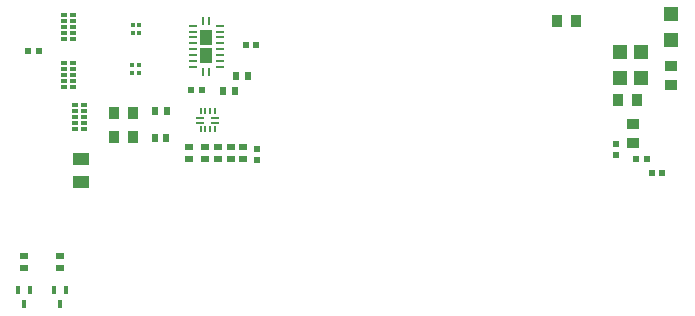
<source format=gtp>
G04*
G04 #@! TF.GenerationSoftware,Altium Limited,Altium Designer,19.1.7 (138)*
G04*
G04 Layer_Color=8421504*
%FSLAX25Y25*%
%MOIN*%
G70*
G01*
G75*
G04:AMPARAMS|DCode=15|XSize=7.87mil|YSize=19.68mil|CornerRadius=0.39mil|HoleSize=0mil|Usage=FLASHONLY|Rotation=0.000|XOffset=0mil|YOffset=0mil|HoleType=Round|Shape=RoundedRectangle|*
%AMROUNDEDRECTD15*
21,1,0.00787,0.01890,0,0,0.0*
21,1,0.00709,0.01968,0,0,0.0*
1,1,0.00079,0.00354,-0.00945*
1,1,0.00079,-0.00354,-0.00945*
1,1,0.00079,-0.00354,0.00945*
1,1,0.00079,0.00354,0.00945*
%
%ADD15ROUNDEDRECTD15*%
G04:AMPARAMS|DCode=16|XSize=7.87mil|YSize=27.56mil|CornerRadius=0.39mil|HoleSize=0mil|Usage=FLASHONLY|Rotation=270.000|XOffset=0mil|YOffset=0mil|HoleType=Round|Shape=RoundedRectangle|*
%AMROUNDEDRECTD16*
21,1,0.00787,0.02677,0,0,270.0*
21,1,0.00709,0.02756,0,0,270.0*
1,1,0.00079,-0.01339,-0.00354*
1,1,0.00079,-0.01339,0.00354*
1,1,0.00079,0.01339,0.00354*
1,1,0.00079,0.01339,-0.00354*
%
%ADD16ROUNDEDRECTD16*%
G04:AMPARAMS|DCode=17|XSize=9.84mil|YSize=23.62mil|CornerRadius=0.98mil|HoleSize=0mil|Usage=FLASHONLY|Rotation=270.000|XOffset=0mil|YOffset=0mil|HoleType=Round|Shape=RoundedRectangle|*
%AMROUNDEDRECTD17*
21,1,0.00984,0.02165,0,0,270.0*
21,1,0.00787,0.02362,0,0,270.0*
1,1,0.00197,-0.01083,-0.00394*
1,1,0.00197,-0.01083,0.00394*
1,1,0.00197,0.01083,0.00394*
1,1,0.00197,0.01083,-0.00394*
%
%ADD17ROUNDEDRECTD17*%
G04:AMPARAMS|DCode=18|XSize=9.84mil|YSize=23.62mil|CornerRadius=0.98mil|HoleSize=0mil|Usage=FLASHONLY|Rotation=180.000|XOffset=0mil|YOffset=0mil|HoleType=Round|Shape=RoundedRectangle|*
%AMROUNDEDRECTD18*
21,1,0.00984,0.02165,0,0,180.0*
21,1,0.00787,0.02362,0,0,180.0*
1,1,0.00197,-0.00394,0.01083*
1,1,0.00197,0.00394,0.01083*
1,1,0.00197,0.00394,-0.01083*
1,1,0.00197,-0.00394,-0.01083*
%
%ADD18ROUNDEDRECTD18*%
%ADD19R,0.01181X0.02795*%
%ADD20R,0.05512X0.04134*%
%ADD21R,0.03543X0.03937*%
%ADD22R,0.02559X0.02165*%
%ADD23R,0.02165X0.01181*%
%ADD24R,0.02165X0.01575*%
%ADD25R,0.02441X0.02441*%
%ADD26R,0.01417X0.01260*%
%ADD27R,0.05000X0.04500*%
%ADD28R,0.02165X0.02559*%
%ADD29R,0.02441X0.02441*%
%ADD30R,0.03937X0.03543*%
G36*
X94114Y90260D02*
Y90182D01*
X94054Y90037D01*
X93944Y89926D01*
X93799Y89866D01*
X93721D01*
D01*
X90571D01*
X90493D01*
X90348Y89926D01*
X90237Y90037D01*
X90177Y90182D01*
Y90260D01*
D01*
Y94591D01*
Y94669D01*
X90237Y94814D01*
X90348Y94925D01*
X90493Y94985D01*
X90571D01*
D01*
X93721D01*
X93799D01*
X93944Y94925D01*
X94054Y94814D01*
X94114Y94669D01*
Y94591D01*
D01*
Y90260D01*
D02*
G37*
G36*
X90177Y100496D02*
Y100575D01*
X90237Y100719D01*
X90348Y100830D01*
X90493Y100890D01*
X90571D01*
D01*
X93721D01*
X93799D01*
X93944Y100830D01*
X94054Y100719D01*
X94114Y100575D01*
Y100496D01*
D01*
Y96166D01*
Y96087D01*
X94054Y95943D01*
X93944Y95832D01*
X93799Y95772D01*
X93721D01*
D01*
X90571D01*
X90493D01*
X90348Y95832D01*
X90237Y95943D01*
X90177Y96087D01*
Y96166D01*
D01*
Y100496D01*
D02*
G37*
D15*
X90276Y73685D02*
D03*
X91851D02*
D03*
X93425D02*
D03*
X95000D02*
D03*
Y67780D02*
D03*
X93425D02*
D03*
X91851D02*
D03*
X90276D02*
D03*
D16*
X95197Y71520D02*
D03*
Y69945D02*
D03*
X90079D02*
D03*
Y71520D02*
D03*
D17*
X96673Y98331D02*
D03*
Y100300D02*
D03*
X87618Y90457D02*
D03*
Y88489D02*
D03*
Y98331D02*
D03*
Y96363D02*
D03*
Y94394D02*
D03*
Y92426D02*
D03*
Y102268D02*
D03*
Y100300D02*
D03*
X96673Y102268D02*
D03*
Y96363D02*
D03*
Y94394D02*
D03*
Y88489D02*
D03*
Y90457D02*
D03*
Y92426D02*
D03*
D18*
X93130Y86914D02*
D03*
X91162D02*
D03*
Y103843D02*
D03*
X93130D02*
D03*
D19*
X33465Y14213D02*
D03*
X29528D02*
D03*
X31496Y9409D02*
D03*
X45276Y14213D02*
D03*
X41339D02*
D03*
X43307Y9409D02*
D03*
D20*
X50394Y50197D02*
D03*
Y57677D02*
D03*
D21*
X215381Y103888D02*
D03*
X209082D02*
D03*
X229328Y77333D02*
D03*
X235628D02*
D03*
X61507Y65282D02*
D03*
X67806D02*
D03*
X61430Y73156D02*
D03*
X67729D02*
D03*
D22*
X31496Y21654D02*
D03*
Y25591D02*
D03*
X100300Y61869D02*
D03*
Y57932D02*
D03*
X96100Y61869D02*
D03*
Y57932D02*
D03*
X104500Y61869D02*
D03*
Y57932D02*
D03*
X91851Y61855D02*
D03*
Y57918D02*
D03*
X86437Y61855D02*
D03*
Y57918D02*
D03*
X43307Y21654D02*
D03*
Y25591D02*
D03*
D23*
X51467Y75704D02*
D03*
Y73736D02*
D03*
Y69799D02*
D03*
Y67830D02*
D03*
X48396D02*
D03*
Y69799D02*
D03*
Y73736D02*
D03*
Y75704D02*
D03*
X44592Y81894D02*
D03*
Y83863D02*
D03*
Y87800D02*
D03*
Y89768D02*
D03*
X47663D02*
D03*
Y87800D02*
D03*
Y83863D02*
D03*
Y81894D02*
D03*
X44692Y97906D02*
D03*
Y99874D02*
D03*
Y103811D02*
D03*
Y105780D02*
D03*
X47763D02*
D03*
Y103811D02*
D03*
Y99874D02*
D03*
Y97906D02*
D03*
D24*
X51467Y71767D02*
D03*
X48396D02*
D03*
X44592Y85831D02*
D03*
X47663D02*
D03*
X44692Y101843D02*
D03*
X47763D02*
D03*
D25*
X36439Y93701D02*
D03*
X32895D02*
D03*
X90641Y80671D02*
D03*
X87098D02*
D03*
X108911Y95775D02*
D03*
X105367D02*
D03*
X235528Y57900D02*
D03*
X239072D02*
D03*
X240591Y53161D02*
D03*
X244134D02*
D03*
D26*
X67517Y86363D02*
D03*
X69722D02*
D03*
X67629Y102492D02*
D03*
X69833D02*
D03*
X67629Y99737D02*
D03*
X69833D02*
D03*
X67517Y89198D02*
D03*
X69722D02*
D03*
D27*
X230000Y84869D02*
D03*
Y93531D02*
D03*
X247000Y97569D02*
D03*
Y106231D02*
D03*
X237000Y84869D02*
D03*
Y93531D02*
D03*
D28*
X74976Y64745D02*
D03*
X78913D02*
D03*
X75012Y73747D02*
D03*
X78949D02*
D03*
X97736Y80634D02*
D03*
X101673D02*
D03*
X102018Y85603D02*
D03*
X105955D02*
D03*
D29*
X109100Y61172D02*
D03*
Y57628D02*
D03*
X228828Y59213D02*
D03*
Y62756D02*
D03*
D30*
X234400Y69350D02*
D03*
Y63050D02*
D03*
X247100Y88750D02*
D03*
Y82450D02*
D03*
M02*

</source>
